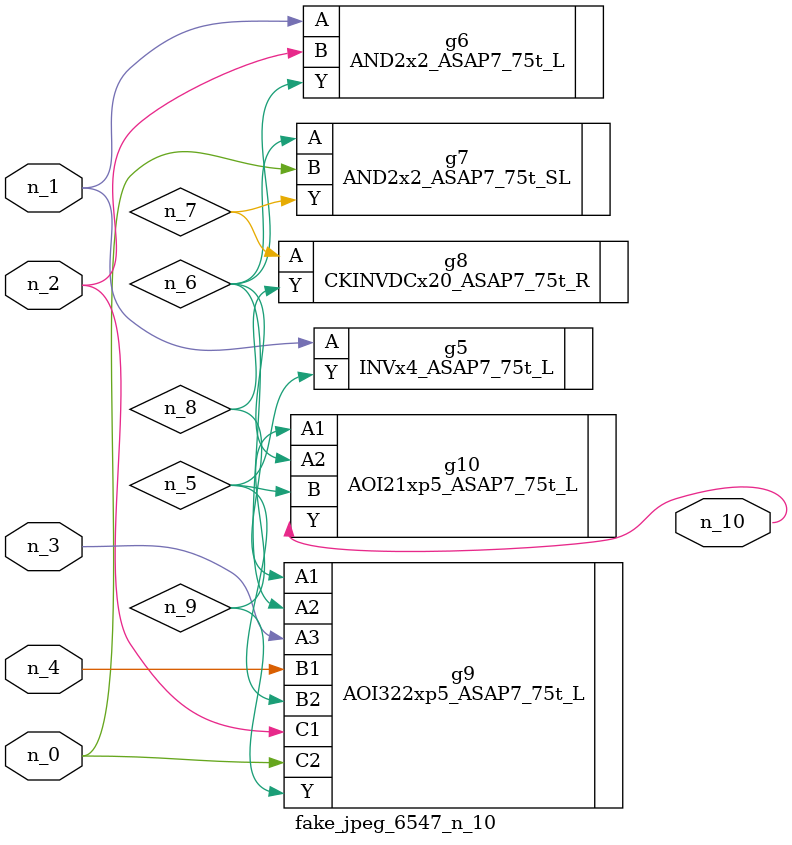
<source format=v>
module fake_jpeg_6547_n_10 (n_3, n_2, n_1, n_0, n_4, n_10);

input n_3;
input n_2;
input n_1;
input n_0;
input n_4;

output n_10;

wire n_8;
wire n_9;
wire n_6;
wire n_5;
wire n_7;

INVx4_ASAP7_75t_L g5 ( 
.A(n_1),
.Y(n_5)
);

AND2x2_ASAP7_75t_L g6 ( 
.A(n_1),
.B(n_2),
.Y(n_6)
);

AND2x2_ASAP7_75t_SL g7 ( 
.A(n_6),
.B(n_0),
.Y(n_7)
);

CKINVDCx20_ASAP7_75t_R g8 ( 
.A(n_7),
.Y(n_8)
);

AOI322xp5_ASAP7_75t_L g9 ( 
.A1(n_8),
.A2(n_6),
.A3(n_3),
.B1(n_4),
.B2(n_5),
.C1(n_2),
.C2(n_0),
.Y(n_9)
);

AOI21xp5_ASAP7_75t_L g10 ( 
.A1(n_9),
.A2(n_6),
.B(n_5),
.Y(n_10)
);


endmodule
</source>
